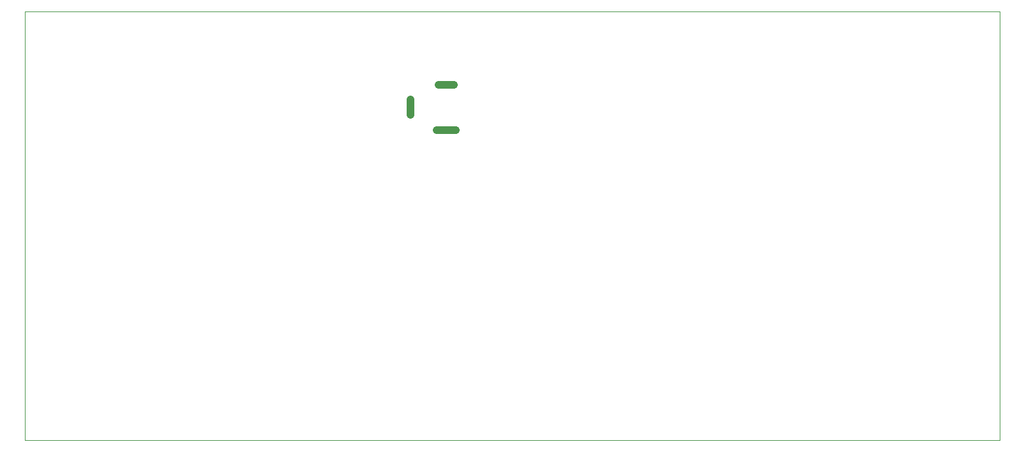
<source format=gbr>
%TF.GenerationSoftware,KiCad,Pcbnew,9.0.1*%
%TF.CreationDate,2025-04-11T12:37:24-04:00*%
%TF.ProjectId,Pneumatactors_1Xiao_3Pumps_8Valves,506e6575-6d61-4746-9163-746f72735f31,rev?*%
%TF.SameCoordinates,Original*%
%TF.FileFunction,Profile,NP*%
%FSLAX46Y46*%
G04 Gerber Fmt 4.6, Leading zero omitted, Abs format (unit mm)*
G04 Created by KiCad (PCBNEW 9.0.1) date 2025-04-11 12:37:24*
%MOMM*%
%LPD*%
G01*
G04 APERTURE LIST*
%TA.AperFunction,Profile*%
%ADD10C,0.100000*%
%TD*%
%TA.AperFunction,Profile*%
%ADD11C,0.990600*%
%TD*%
G04 APERTURE END LIST*
D10*
X13966892Y-22913892D02*
X143252892Y-22913892D01*
X143252892Y-79809892D01*
X13966892Y-79809892D01*
X13966892Y-22913892D01*
D11*
%TO.C,J3*%
X65160603Y-36667992D02*
X65160603Y-34661392D01*
X68602292Y-38661892D02*
X71116892Y-38661892D01*
X68856303Y-32667492D02*
X70862903Y-32667492D01*
%TD*%
M02*

</source>
